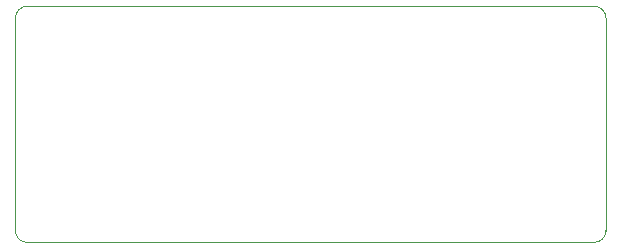
<source format=gbr>
%TF.GenerationSoftware,KiCad,Pcbnew,(6.0.6)*%
%TF.CreationDate,2022-07-10T21:22:37+02:00*%
%TF.ProjectId,GCode_Buttons_MCU,47436f64-655f-4427-9574-746f6e735f4d,rev?*%
%TF.SameCoordinates,Original*%
%TF.FileFunction,Profile,NP*%
%FSLAX46Y46*%
G04 Gerber Fmt 4.6, Leading zero omitted, Abs format (unit mm)*
G04 Created by KiCad (PCBNEW (6.0.6)) date 2022-07-10 21:22:37*
%MOMM*%
%LPD*%
G01*
G04 APERTURE LIST*
%TA.AperFunction,Profile*%
%ADD10C,0.100000*%
%TD*%
G04 APERTURE END LIST*
D10*
X100000000Y-109000000D02*
X100000000Y-91000000D01*
X101000000Y-90000000D02*
G75*
G03*
X100000000Y-91000000I0J-1000000D01*
G01*
X150000000Y-91000000D02*
X150000000Y-109000000D01*
X101000000Y-90000000D02*
X149000000Y-90000000D01*
X101000000Y-110000000D02*
X149000000Y-110000000D01*
X149000000Y-110000000D02*
G75*
G03*
X150000000Y-109000000I0J1000000D01*
G01*
X100000000Y-109000000D02*
G75*
G03*
X101000000Y-110000000I1000000J0D01*
G01*
X150000000Y-91000000D02*
G75*
G03*
X149000000Y-90000000I-1000000J0D01*
G01*
M02*

</source>
